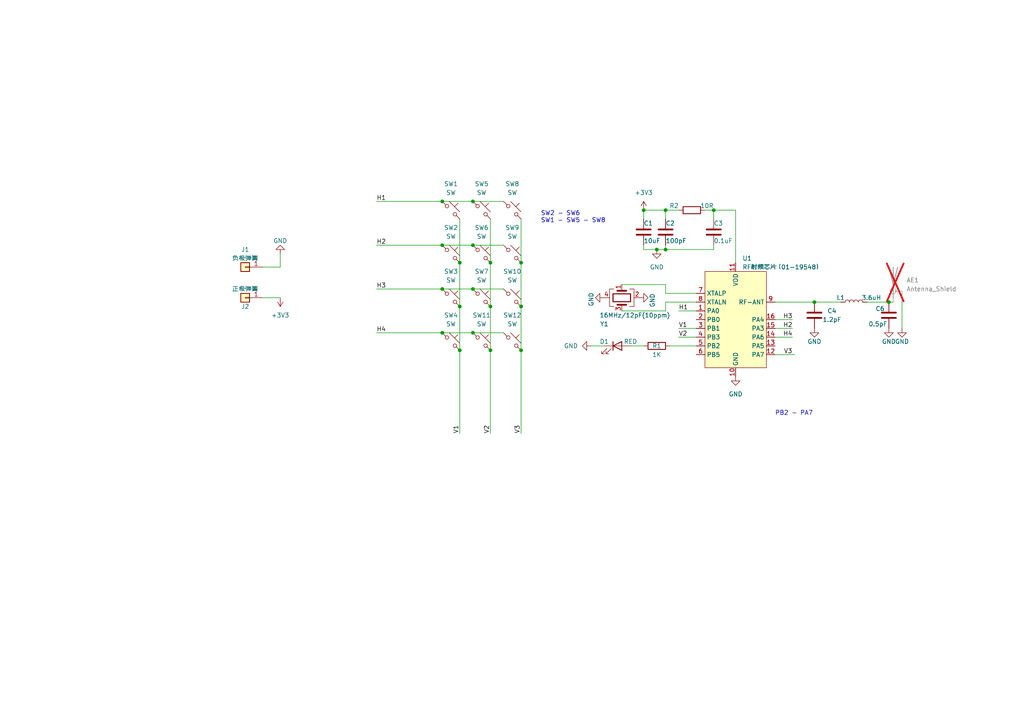
<source format=kicad_sch>
(kicad_sch (version 20230121) (generator eeschema)
  (paper "A4")
  (title_block (title "ECC-01-Remoter") (date "2022-06-12") (rev "V0.1") (company "Timye"))
  (lib_symbols
    (symbol "Connector_Generic:Conn_01x01" (pin_names (offset 1.016) hide)
      (property "Reference" "J" (at 0 2.54 0))
      (property "Value" "Conn_01x01" (at 0 -2.54 0))
      (symbol "Conn_01x01_1_1"
        (rectangle (start -1.27 0.127) (end 0 -0.127) (stroke (width 0.1524)))
        (rectangle (start -1.27 1.27) (end 1.27 -1.27) (stroke (width 0.254)) (fill (type background)))
        (pin passive line (at -5.08 0 0) (length 3.81) (name "Pin_1") (number "1"))
      )
    )
    (symbol "Device:Antenna_Shield" (pin_numbers hide) (pin_names (offset 1.016) hide)
      (property "Reference" "AE" (at -1.905 4.445 0))
      (property "Value" "Antenna_Shield" (at -1.905 2.54 0))
      (symbol "Antenna_Shield_0_1"
        (arc (start -0.508 -1.143) (mid -0.8429 -2.1194) (end 0 -2.667))
        (arc (start 0 -2.667) (mid 0.7989 -2.1052) (end 0.508 -1.143))
        (polyline (pts (xy 0 -2.54) (xy 0 0)))
        (polyline (pts (xy 0 5.08) (xy 0 -3.81)) (stroke (width 0.254)))
        (polyline (pts (xy 0.762 -1.905) (xy 2.54 -1.905)))
        (polyline (pts (xy 2.54 -2.54) (xy 2.54 -1.905)))
        (polyline (pts (xy 1.27 5.08) (xy 0 0) (xy -1.27 5.08)) (stroke (width 0.254)))
        (circle (center 0.762 -1.905) (radius 0.1778) (fill (type outline)))
      )
      (symbol "Antenna_Shield_1_1"
        (pin input line (at 0 -5.08 90) (length 2.54) (name "A") (number "1"))
        (pin input line (at 2.54 -5.08 90) (length 2.54) (name "Shield") (number "2"))
      )
    )
    (symbol "Device:C" (pin_numbers hide) (pin_names (offset 0.254))
      (property "Reference" "C" (at 0.635 2.54 0))
      (property "Value" "C" (at 0.635 -2.54 0))
      (symbol "C_0_1"
        (polyline (pts (xy -2.032 -0.762) (xy 2.032 -0.762)) (stroke (width 0.508)))
        (polyline (pts (xy -2.032 0.762) (xy 2.032 0.762)) (stroke (width 0.508)))
      )
      (symbol "C_1_1"
        (pin passive line (at 0 3.81 270) (length 2.794) (name "~") (number "1"))
        (pin passive line (at 0 -3.81 90) (length 2.794) (name "~") (number "2"))
      )
    )
    (symbol "Device:Crystal_GND24" (pin_names (offset 1.016) hide)
      (property "Reference" "Y" (at 3.175 5.08 0))
      (property "Value" "Crystal_GND24" (at 3.175 3.175 0))
      (symbol "Crystal_GND24_0_1"
        (rectangle (start -1.143 2.54) (end 1.143 -2.54) (stroke (width 0.3048)))
        (polyline (pts (xy -2.54 0) (xy -2.032 0)))
        (polyline (pts (xy -2.032 -1.27) (xy -2.032 1.27)) (stroke (width 0.508)))
        (polyline (pts (xy 0 -3.81) (xy 0 -3.556)))
        (polyline (pts (xy 0 3.556) (xy 0 3.81)))
        (polyline (pts (xy 2.032 -1.27) (xy 2.032 1.27)) (stroke (width 0.508)))
        (polyline (pts (xy 2.032 0) (xy 2.54 0)))
        (polyline (pts (xy -2.54 -2.286) (xy -2.54 -3.556) (xy 2.54 -3.556) (xy 2.54 -2.286)))
        (polyline (pts (xy -2.54 2.286) (xy -2.54 3.556) (xy 2.54 3.556) (xy 2.54 2.286)))
      )
      (symbol "Crystal_GND24_1_1"
        (pin passive line (at -3.81 0 0) (length 1.27) (name "1") (number "1"))
        (pin passive line (at 0 5.08 270) (length 1.27) (name "2") (number "2"))
        (pin passive line (at 3.81 0 180) (length 1.27) (name "3") (number "3"))
        (pin passive line (at 0 -5.08 90) (length 1.27) (name "4") (number "4"))
      )
    )
    (symbol "Device:L" (pin_numbers hide) (pin_names (offset 1.016) hide)
      (property "Reference" "L" (at -1.27 0 90))
      (property "Value" "L" (at 1.905 0 90))
      (symbol "L_0_1"
        (arc (start 0 -2.54) (mid 0.6323 -1.905) (end 0 -1.27))
        (arc (start 0 -1.27) (mid 0.6323 -0.635) (end 0 0))
        (arc (start 0 0) (mid 0.6323 0.635) (end 0 1.27))
        (arc (start 0 1.27) (mid 0.6323 1.905) (end 0 2.54))
      )
      (symbol "L_1_1"
        (pin passive line (at 0 3.81 270) (length 1.27) (name "1") (number "1"))
        (pin passive line (at 0 -3.81 90) (length 1.27) (name "2") (number "2"))
      )
    )
    (symbol "Device:LED" (pin_numbers hide) (pin_names (offset 1.016) hide)
      (property "Reference" "D" (at 0 2.54 0))
      (property "Value" "LED" (at 0 -2.54 0))
      (symbol "LED_0_1"
        (polyline (pts (xy -1.27 -1.27) (xy -1.27 1.27)) (stroke (width 0.254)))
        (polyline (pts (xy -1.27 0) (xy 1.27 0)))
        (polyline (pts (xy 1.27 -1.27) (xy 1.27 1.27) (xy -1.27 0) (xy 1.27 -1.27)) (stroke (width 0.254)))
        (polyline (pts (xy -3.048 -0.762) (xy -4.572 -2.286) (xy -3.81 -2.286) (xy -4.572 -2.286) (xy -4.572 -1.524)))
        (polyline (pts (xy -1.778 -0.762) (xy -3.302 -2.286) (xy -2.54 -2.286) (xy -3.302 -2.286) (xy -3.302 -1.524)))
      )
      (symbol "LED_1_1"
        (pin passive line (at -3.81 0 0) (length 2.54) (name "K") (number "1"))
        (pin passive line (at 3.81 0 180) (length 2.54) (name "A") (number "2"))
      )
    )
    (symbol "Device:R" (pin_numbers hide) (pin_names (offset 0))
      (property "Reference" "R" (at 2.032 0 90))
      (property "Value" "R" (at 0 0 90))
      (symbol "R_0_1"
        (rectangle (start -1.016 -2.54) (end 1.016 2.54) (stroke (width 0.254)))
      )
      (symbol "R_1_1"
        (pin passive line (at 0 3.81 270) (length 1.27) (name "~") (number "1"))
        (pin passive line (at 0 -3.81 90) (length 1.27) (name "~") (number "2"))
      )
    )
    (symbol "Ovo_RF:GH8266"
      (property "Reference" "U" (at 7.62 17.78 0))
      (property "Value" "GH8266" (at 6.35 15.24 0))
      (symbol "GH8266_0_1"
        (rectangle (start -8.89 13.97) (end 8.89 -13.97) (fill (type background)))
      )
      (symbol "GH8266_1_1"
        (pin bidirectional line (at -11.43 2.54 0) (length 2.54) (name "PA0") (number "1"))
        (pin power_in line (at 0 -16.51 90) (length 2.54) (name "GND") (number "10"))
        (pin power_in line (at 0 16.51 270) (length 2.54) (name "VDD") (number "11"))
        (pin bidirectional line (at 11.43 -10.16 180) (length 2.54) (name "PA7") (number "12"))
        (pin bidirectional line (at 11.43 -7.62 180) (length 2.54) (name "PA5") (number "13"))
        (pin bidirectional line (at 11.43 -5.08 180) (length 2.54) (name "PA6") (number "14"))
        (pin bidirectional line (at 11.43 -2.54 180) (length 2.54) (name "PA3") (number "15"))
        (pin bidirectional line (at 11.43 0 180) (length 2.54) (name "PA4") (number "16"))
        (pin bidirectional line (at -11.43 0 0) (length 2.54) (name "PB0") (number "2"))
        (pin bidirectional line (at -11.43 -2.54 0) (length 2.54) (name "PB1") (number "3"))
        (pin bidirectional line (at -11.43 -5.08 0) (length 2.54) (name "PB3") (number "4"))
        (pin bidirectional line (at -11.43 -7.62 0) (length 2.54) (name "PB2") (number "5"))
        (pin bidirectional line (at -11.43 -10.16 0) (length 2.54) (name "PB5") (number "6"))
        (pin input line (at -11.43 7.62 0) (length 2.54) (name "XTALP") (number "7"))
        (pin input line (at -11.43 5.08 0) (length 2.54) (name "XTALN") (number "8"))
        (pin bidirectional line (at 11.43 5.08 180) (length 2.54) (name "RF-ANT") (number "9"))
      )
    )
    (symbol "Switch:SW_Push_45deg" (pin_numbers hide) (pin_names (offset 1.016) hide)
      (property "Reference" "SW" (at 3.048 1.016 0))
      (property "Value" "SW_Push_45deg" (at 0 -3.81 0))
      (symbol "SW_Push_45deg_0_1"
        (circle (center -1.1684 1.1684) (radius 0.508))
        (polyline (pts (xy -0.508 2.54) (xy 2.54 -0.508)))
        (polyline (pts (xy 1.016 1.016) (xy 2.032 2.032)))
        (polyline (pts (xy -2.54 2.54) (xy -1.524 1.524) (xy -1.524 1.524)))
        (polyline (pts (xy 1.524 -1.524) (xy 2.54 -2.54) (xy 2.54 -2.54) (xy 2.54 -2.54)))
        (circle (center 1.143 -1.1938) (radius 0.508))
        (pin passive line (at -2.54 2.54 0) (length 0) (name "1") (number "1"))
        (pin passive line (at 2.54 -2.54 180) (length 0) (name "2") (number "2"))
      )
    )
    (symbol "power:+3V3" (power) (pin_names (offset 0))
      (property "Value" "+3V3" (at 0 3.556 0))
      (symbol "+3V3_0_1"
        (polyline (pts (xy -0.762 1.27) (xy 0 2.54)))
        (polyline (pts (xy 0 0) (xy 0 2.54)))
        (polyline (pts (xy 0 2.54) (xy 0.762 1.27)))
      )
      (symbol "+3V3_1_1"
        (pin power_in line (at 0 0 90) (length 0) hide (name "+3V3") (number "1"))
      )
    )
    (symbol "power:GND" (power) (pin_names (offset 0))
      (property "Value" "GND" (at 0 -3.81 0))
      (symbol "GND_0_1"
        (polyline (pts (xy 0 0) (xy 0 -1.27) (xy 1.27 -1.27) (xy 0 -2.54) (xy -1.27 -1.27) (xy 0 -1.27)))
      )
      (symbol "GND_1_1"
        (pin power_in line (at 0 0 270) (length 0) hide (name "GND") (number "1"))
      )
    )
  )
  (junction (at 151.13 76.2))
  (junction (at 142.24 101.6))
  (junction (at 207.01 60.96))
  (junction (at 236.22 87.63))
  (junction (at 133.35 101.6))
  (junction (at 193.04 72.39))
  (junction (at 151.13 88.9))
  (junction (at 137.16 96.52))
  (junction (at 257.81 87.63))
  (junction (at 193.04 60.96))
  (junction (at 142.24 88.9))
  (junction (at 190.5 72.39))
  (junction (at 128.27 83.82))
  (junction (at 128.27 71.12))
  (junction (at 137.16 83.82))
  (junction (at 133.35 88.9))
  (junction (at 137.16 71.12))
  (junction (at 142.24 76.2))
  (junction (at 186.69 60.96))
  (junction (at 133.35 76.2))
  (junction (at 151.13 101.6))
  (junction (at 128.27 96.52))
  (junction (at 137.16 58.42))
  (junction (at 128.27 58.42))
  (wire (pts (xy 151.13 63.5) (xy 151.13 76.2)))
  (wire (pts (xy 186.69 72.39) (xy 186.69 71.12)))
  (wire (pts (xy 133.35 76.2) (xy 133.35 88.9)))
  (wire (pts (xy 204.47 60.96) (xy 207.01 60.96)))
  (wire (pts (xy 142.24 63.5) (xy 142.24 76.2)))
  (wire (pts (xy 137.16 71.12) (xy 146.05 71.12)))
  (wire (pts (xy 142.24 88.9) (xy 142.24 101.6)))
  (wire (pts (xy 229.87 97.79) (xy 224.79 97.79)))
  (wire (pts (xy 207.01 60.96) (xy 207.01 63.5)))
  (wire (pts (xy 133.35 63.5) (xy 133.35 76.2)))
  (wire (pts (xy 193.04 72.39) (xy 190.5 72.39)))
  (wire (pts (xy 182.88 100.33) (xy 186.69 100.33)))
  (wire (pts (xy 186.69 60.96) (xy 193.04 60.96)))
  (wire (pts (xy 213.36 60.96) (xy 213.36 76.2)))
  (wire (pts (xy 190.5 72.39) (xy 186.69 72.39)))
  (wire (pts (xy 137.16 96.52) (xy 146.05 96.52)))
  (wire (pts (xy 128.27 83.82) (xy 137.16 83.82)))
  (wire (pts (xy 229.87 95.25) (xy 224.79 95.25)))
  (wire (pts (xy 193.04 60.96) (xy 196.85 60.96)))
  (wire (pts (xy 151.13 76.2) (xy 151.13 88.9)))
  (wire (pts (xy 257.81 87.63) (xy 259.08 87.63)))
  (wire (pts (xy 201.93 85.09) (xy 193.04 85.09)))
  (wire (pts (xy 207.01 71.12) (xy 207.01 72.39)))
  (wire (pts (xy 229.87 92.71) (xy 224.79 92.71)))
  (wire (pts (xy 133.35 101.6) (xy 133.35 125.73)))
  (wire (pts (xy 128.27 58.42) (xy 137.16 58.42)))
  (wire (pts (xy 137.16 83.82) (xy 146.05 83.82)))
  (wire (pts (xy 193.04 90.17) (xy 180.34 90.17)))
  (wire (pts (xy 261.62 95.25) (xy 261.62 87.63)))
  (wire (pts (xy 193.04 63.5) (xy 193.04 60.96)))
  (wire (pts (xy 193.04 85.09) (xy 193.04 82.55)))
  (wire (pts (xy 194.31 100.33) (xy 201.93 100.33)))
  (wire (pts (xy 224.79 87.63) (xy 236.22 87.63)))
  (wire (pts (xy 109.22 83.82) (xy 128.27 83.82)))
  (wire (pts (xy 142.24 101.6) (xy 142.24 125.73)))
  (wire (pts (xy 224.79 102.87) (xy 230.505 102.87)))
  (wire (pts (xy 193.04 87.63) (xy 193.04 90.17)))
  (wire (pts (xy 109.22 58.42) (xy 128.27 58.42)))
  (wire (pts (xy 151.13 101.6) (xy 151.13 125.73)))
  (wire (pts (xy 142.24 76.2) (xy 142.24 88.9)))
  (wire (pts (xy 193.04 71.12) (xy 193.04 72.39)))
  (wire (pts (xy 109.22 96.52) (xy 128.27 96.52)))
  (wire (pts (xy 171.45 100.33) (xy 175.26 100.33)))
  (wire (pts (xy 81.28 77.47) (xy 76.2 77.47)))
  (wire (pts (xy 201.93 87.63) (xy 193.04 87.63)))
  (wire (pts (xy 81.28 73.66) (xy 81.28 77.47)))
  (wire (pts (xy 186.69 60.96) (xy 186.69 63.5)))
  (wire (pts (xy 207.01 72.39) (xy 193.04 72.39)))
  (wire (pts (xy 133.35 88.9) (xy 133.35 101.6)))
  (wire (pts (xy 193.04 82.55) (xy 180.34 82.55)))
  (wire (pts (xy 207.01 60.96) (xy 213.36 60.96)))
  (wire (pts (xy 236.22 87.63) (xy 243.84 87.63)))
  (wire (pts (xy 81.28 86.36) (xy 76.2 86.36)))
  (wire (pts (xy 201.93 97.79) (xy 196.85 97.79)))
  (wire (pts (xy 251.46 87.63) (xy 257.81 87.63)))
  (wire (pts (xy 201.93 95.25) (xy 196.85 95.25)))
  (wire (pts (xy 137.16 58.42) (xy 146.05 58.42)))
  (wire (pts (xy 109.22 71.12) (xy 128.27 71.12)))
  (wire (pts (xy 196.85 90.17) (xy 201.93 90.17)))
  (wire (pts (xy 151.13 88.9) (xy 151.13 101.6)))
  (wire (pts (xy 128.27 71.12) (xy 137.16 71.12)))
  (wire (pts (xy 128.27 96.52) (xy 137.16 96.52)))
  (text "SW2 - SW6\nSW1 - SW5 - SW8" (at 156.845 64.77 0) (effects (font (size 1.27 1.27)) (justify left bottom)))
  (text "PB2 - PA7" (at 224.79 120.65 0) (effects (font (size 1.27 1.27)) (justify left bottom)))
  (label "V3" (at 151.13 125.73 90))
  (label "H2" (at 229.87 95.25 180))
  (label "H3" (at 229.87 92.71 180))
  (label "V3" (at 227.33 102.87 0))
  (label "H1" (at 109.22 58.42 0))
  (label "V1" (at 196.85 95.25 0))
  (label "H1" (at 196.85 90.17 0))
  (label "V2" (at 196.85 97.79 0))
  (label "V2" (at 142.24 125.73 90))
  (label "H4" (at 229.87 97.79 180))
  (label "V1" (at 133.35 125.73 90))
  (label "H2" (at 109.22 71.12 0))
  (label "H4" (at 109.22 96.52 0))
  (label "H3" (at 109.22 83.82 0))
  (symbol (lib_id "Device:LED") (at 179.07 100.33 0) (unit 1)
    (property "Reference" "D1" (at 175.26 99.06 0))
    (property "Value" "RED" (at 182.88 99.06 0))
    (property "Footprint" "LED_SMD:LED_1206_3216Metric" (effects hide))
  )
  (symbol (lib_id "Switch:SW_Push_45deg") (at 148.59 60.96 0) (unit 1) (in_bom no)
    (property "Reference" "SW8" (at 148.59 53.34 0))
    (property "Value" "SW" (at 148.59 55.88 0))
    (property "Footprint" "Ovo_Button_Switch_SMD:Dome_SLICE_ARC_6x6mm" (effects hide))
  )
  (symbol (lib_id "Connector_Generic:Conn_01x01") (at 71.12 86.36 180) (unit 1)
    (property "Reference" "J2" (at 71.12 88.9 0))
    (property "Value" "正极弹簧" (at 71.12 83.82 0))
    (property "Footprint" "Ovo_Pad:Pad_THTPad_4.3x2.1mm_Drill3.1x0.9mm" (effects hide))
  )
  (symbol (lib_id "Device:Antenna_Shield") (at 259.08 82.55 0) (unit 1) (in_bom no) (dnp yes)
    (property "Reference" "AE1" (at 262.89 81.28 0) (effects (justify left)))
    (property "Value" "Antenna_Shield" (at 262.89 83.82 0) (effects (justify left)))
    (property "Footprint" "Ovo_RF_Antenna:Texas_SWRA117D_2.4GHz_Right" (effects hide))
  )
  (symbol (lib_id "Device:R") (at 190.5 100.33 90) (unit 1)
    (property "Reference" "R1" (at 190.5 100.33 90))
    (property "Value" "1K" (at 190.5 102.87 90))
    (property "Footprint" "Resistor_SMD:R_0603_1608Metric" (effects hide))
  )
  (symbol (lib_id "Device:L") (at 247.65 87.63 270) (mirror x) (unit 1)
    (property "Reference" "L1" (at 243.84 86.36 90))
    (property "Value" "3.6uH" (at 252.73 86.36 90))
    (property "Footprint" "Inductor_SMD:L_0603_1608Metric" (effects hide))
  )
  (symbol (lib_id "Device:Crystal_GND24") (at 180.34 86.36 270) (unit 1)
    (property "Reference" "Y1" (at 175.26 93.98 90))
    (property "Value" "16MHz/12pF(10ppm)" (at 184.15 91.44 90))
    (property "Footprint" "Ovo_Oscillaror:Oscillator_SMD_Abracon_ASE-4Pin_3.2x2.5mm" (effects hide))
  )
  (symbol (lib_id "Switch:SW_Push_45deg") (at 130.81 86.36 0) (unit 1) (in_bom no)
    (property "Reference" "SW3" (at 130.81 78.74 0))
    (property "Value" "SW" (at 130.81 81.28 0))
    (property "Footprint" "Ovo_Button_Switch_SMD:Dome_SLICE_ARC_6x6mm" (effects hide))
  )
  (symbol (lib_id "Device:C") (at 236.22 91.44 0) (mirror x) (unit 1)
    (property "Reference" "C4" (at 241.3 90.17 0))
    (property "Value" "1.2pF" (at 241.3 92.71 0))
    (property "Footprint" "Capacitor_SMD:C_0603_1608Metric" (effects hide))
  )
  (symbol (lib_id "Switch:SW_Push_45deg") (at 139.7 99.06 0) (unit 1) (in_bom no)
    (property "Reference" "SW11" (at 139.7 91.44 0))
    (property "Value" "SW" (at 139.7 93.98 0))
    (property "Footprint" "Ovo_Button_Switch_SMD:Dome_SLICE_ARC_6x6mm" (effects hide))
  )
  (symbol (lib_id "power:GND") (at 213.36 109.22 0) (unit 1)
    (property "Reference" "#PWR012" (effects hide))
    (property "Value" "GND" (at 213.36 114.3 0))
  )
  (symbol (lib_id "Connector_Generic:Conn_01x01") (at 71.12 77.47 180) (unit 1)
    (property "Reference" "J1" (at 71.12 72.39 0))
    (property "Value" "负极弹簧" (at 71.12 74.93 0))
    (property "Footprint" "Ovo_Pad:Pad_THTPad_4.3x2.1mm_Drill3.1x0.9mm" (effects hide))
  )
  (symbol (lib_id "Device:C") (at 207.01 67.31 0) (unit 1)
    (property "Reference" "C3" (at 207.01 64.77 0) (effects (justify left)))
    (property "Value" "0.1uF" (at 207.01 69.85 0) (effects (justify left)))
    (property "Footprint" "Capacitor_SMD:C_0603_1608Metric" (effects hide))
  )
  (symbol (lib_id "power:GND") (at 261.62 95.25 0) (unit 1)
    (property "Reference" "#PWR06" (effects hide))
    (property "Value" "GND" (at 261.62 99.06 0))
  )
  (symbol (lib_id "power:+3V3") (at 81.28 86.36 180) (unit 1)
    (property "Reference" "#PWR01" (effects hide))
    (property "Value" "+3V3" (at 81.28 91.44 0))
  )
  (symbol (lib_id "Device:C") (at 186.69 67.31 0) (unit 1)
    (property "Reference" "C1" (at 186.69 64.77 0) (effects (justify left)))
    (property "Value" "10uF" (at 186.69 69.85 0) (effects (justify left)))
    (property "Footprint" "Capacitor_SMD:C_0603_1608Metric" (effects hide))
  )
  (symbol (lib_id "power:GND") (at 257.81 95.25 0) (unit 1)
    (property "Reference" "#PWR05" (effects hide))
    (property "Value" "GND" (at 257.81 99.06 0))
  )
  (symbol (lib_id "power:GND") (at 171.45 100.33 270) (unit 1)
    (property "Reference" "#PWR04" (effects hide))
    (property "Value" "GND" (at 167.64 100.3299 90) (effects (justify right)))
  )
  (symbol (lib_id "power:GND") (at 81.28 73.66 180) (unit 1)
    (property "Reference" "#PWR02" (effects hide))
    (property "Value" "GND" (at 81.28 69.85 0))
  )
  (symbol (lib_id "Device:C") (at 257.81 91.44 0) (mirror x) (unit 1)
    (property "Reference" "C6" (at 255.27 89.535 0))
    (property "Value" "0.5pF" (at 254.635 93.98 0))
    (property "Footprint" "Capacitor_SMD:C_0603_1608Metric" (effects hide))
  )
  (symbol (lib_id "Switch:SW_Push_45deg") (at 139.7 73.66 0) (unit 1) (in_bom no)
    (property "Reference" "SW6" (at 139.7 66.04 0))
    (property "Value" "SW" (at 139.7 68.58 0))
    (property "Footprint" "Ovo_Button_Switch_SMD:Dome_SLICE_ARC_6x6mm" (effects hide))
  )
  (symbol (lib_id "Switch:SW_Push_45deg") (at 139.7 60.96 0) (unit 1) (in_bom no)
    (property "Reference" "SW5" (at 139.7 53.34 0))
    (property "Value" "SW" (at 139.7 55.88 0))
    (property "Footprint" "Ovo_Button_Switch_SMD:Dome_SLICE_ARC_6x6mm" (effects hide))
  )
  (symbol (lib_id "Switch:SW_Push_45deg") (at 130.81 73.66 0) (unit 1) (in_bom no)
    (property "Reference" "SW2" (at 130.81 66.04 0))
    (property "Value" "SW" (at 130.81 68.58 0))
    (property "Footprint" "Ovo_Button_Switch_SMD:Dome_SLICE_ARC_6x6mm" (effects hide))
  )
  (symbol (lib_id "power:GND") (at 190.5 72.39 0) (unit 1)
    (property "Reference" "#PWR014" (effects hide))
    (property "Value" "GND" (at 190.5 77.47 0))
  )
  (symbol (lib_id "Device:C") (at 193.04 67.31 0) (unit 1)
    (property "Reference" "C2" (at 193.04 64.77 0) (effects (justify left)))
    (property "Value" "100pF" (at 193.04 69.85 0) (effects (justify left)))
    (property "Footprint" "Capacitor_SMD:C_0603_1608Metric" (effects hide))
  )
  (symbol (lib_id "Device:R") (at 200.66 60.96 90) (unit 1)
    (property "Reference" "R2" (at 196.85 59.69 90) (effects (justify left)))
    (property "Value" "10R" (at 207.01 59.69 90) (effects (justify left)))
    (property "Footprint" "Resistor_SMD:R_0603_1608Metric" (effects hide))
  )
  (symbol (lib_id "Switch:SW_Push_45deg") (at 130.81 60.96 0) (unit 1) (in_bom no)
    (property "Reference" "SW1" (at 130.81 53.34 0))
    (property "Value" "SW" (at 130.81 55.88 0))
    (property "Footprint" "Ovo_Button_Switch_SMD:Dome_SLICE_ARC_6x6mm" (effects hide))
  )
  (symbol (lib_id "power:GND") (at 185.42 86.36 90) (unit 1)
    (property "Reference" "#PWR010" (effects hide))
    (property "Value" "GND" (at 189.23 85.09 0) (effects (justify right)))
  )
  (symbol (lib_id "Switch:SW_Push_45deg") (at 148.59 86.36 0) (unit 1) (in_bom no)
    (property "Reference" "SW10" (at 148.59 78.74 0))
    (property "Value" "SW" (at 148.59 81.28 0))
    (property "Footprint" "Ovo_Button_Switch_SMD:Dome_SLICE_ARC_6x6mm" (effects hide))
  )
  (symbol (lib_id "Switch:SW_Push_45deg") (at 130.81 99.06 0) (unit 1) (in_bom no)
    (property "Reference" "SW4" (at 130.81 91.44 0))
    (property "Value" "SW" (at 130.81 93.98 0))
    (property "Footprint" "Ovo_Button_Switch_SMD:Dome_SLICE_ARC_6x6mm" (effects hide))
  )
  (symbol (lib_id "power:+3V3") (at 186.69 60.96 0) (unit 1)
    (property "Reference" "#PWR013" (effects hide))
    (property "Value" "+3V3" (at 186.69 55.88 0))
  )
  (symbol (lib_id "Ovo_RF:GH8266") (at 213.36 92.71 0) (unit 1)
    (property "Reference" "U1" (at 215.3159 74.93 0) (effects (justify left)))
    (property "Value" "RF射频芯片（01-19548）" (at 215.3159 77.47 0) (effects (justify left)))
    (property "Footprint" "Package_SO:SOP-16_3.9x9.9mm_P1.27mm" (effects hide))
  )
  (symbol (lib_id "Switch:SW_Push_45deg") (at 139.7 86.36 0) (unit 1) (in_bom no)
    (property "Reference" "SW7" (at 139.7 78.74 0))
    (property "Value" "SW" (at 139.7 81.28 0))
    (property "Footprint" "Ovo_Button_Switch_SMD:Dome_SLICE_ARC_6x6mm" (effects hide))
  )
  (symbol (lib_id "power:GND") (at 175.26 86.36 270) (unit 1)
    (property "Reference" "#PWR011" (effects hide))
    (property "Value" "GND" (at 171.45 88.9 0) (effects (justify right)))
  )
  (symbol (lib_id "Switch:SW_Push_45deg") (at 148.59 99.06 0) (unit 1) (in_bom no)
    (property "Reference" "SW12" (at 148.59 91.44 0))
    (property "Value" "SW" (at 148.59 93.98 0))
    (property "Footprint" "Ovo_Button_Switch_SMD:Dome_SLICE_ARC_6x6mm" (effects hide))
  )
  (symbol (lib_id "Switch:SW_Push_45deg") (at 148.59 73.66 0) (unit 1) (in_bom no)
    (property "Reference" "SW9" (at 148.59 66.04 0))
    (property "Value" "SW" (at 148.59 68.58 0))
    (property "Footprint" "Ovo_Button_Switch_SMD:Dome_SLICE_ARC_6x6mm" (effects hide))
  )
  (symbol (lib_id "power:GND") (at 236.22 95.25 0) (unit 1)
    (property "Reference" "#PWR03" (effects hide))
    (property "Value" "GND" (at 236.22 99.06 0))
  )
)
</source>
